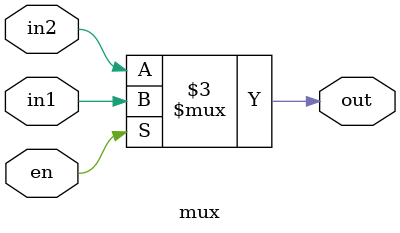
<source format=sv>
module mux(
	input logic in1, in2, en,
	output logic out);

	always_comb begin
		if(en) 
			out = in1;
		else
			out = in2;
	end
endmodule
</source>
